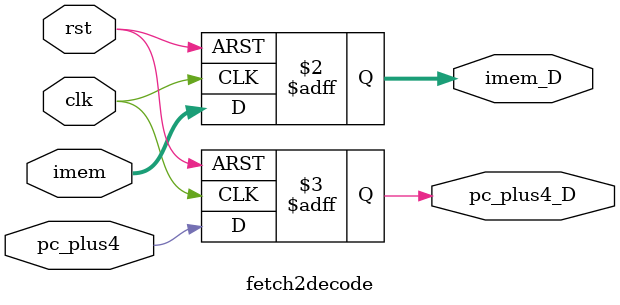
<source format=v>
`timescale 1ns / 1ps

module fetch2decode(
    input wire clk,
	input wire rst,
	input wire [31:0] imem,
	input wire  pc_plus4,

	output reg [31:0] imem_D,
    output reg  pc_plus4_D
);
always @ (posedge clk, posedge rst) begin
if (rst)
begin
    imem_D 	<= 0;
	pc_plus4_D 	<= 0;
end
else
begin
	imem_D 	<= imem;
	pc_plus4_D 	<= pc_plus4;
end
end
endmodule

</source>
